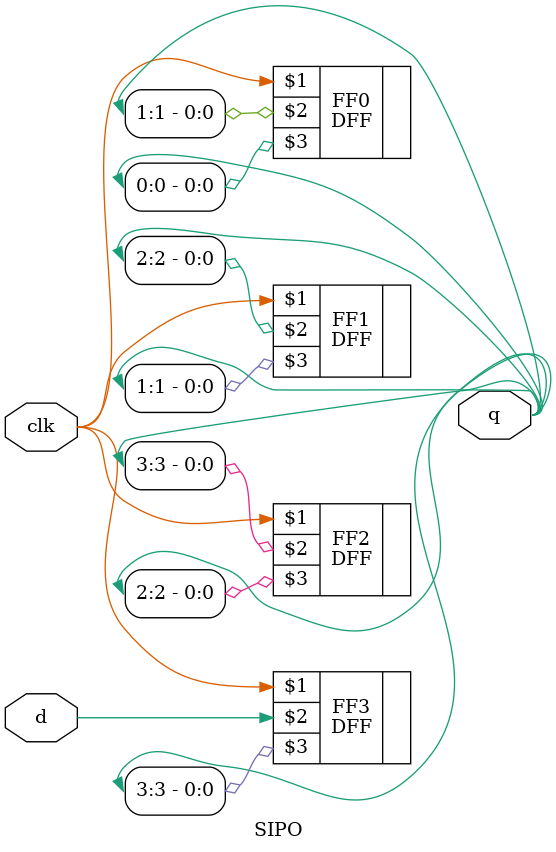
<source format=v>
`timescale 1ns / 1ps

module SIPO(d,clk,q);
input d;
input clk;
output [3:0] q;

DFF FF3(clk,d,q[3]);
DFF FF2(clk,q[3],q[2]);
DFF FF1(clk,q[2],q[1]);
DFF FF0(clk,q[1],q[0]);

endmodule

</source>
